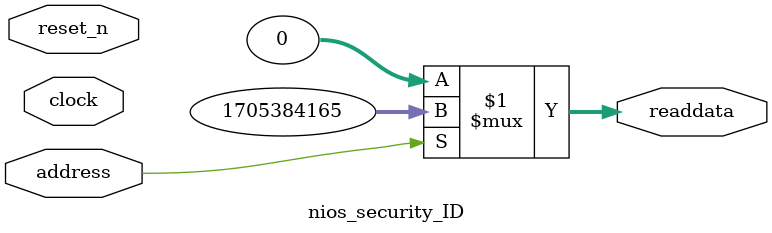
<source format=v>



// synthesis translate_off
`timescale 1ns / 1ps
// synthesis translate_on

// turn off superfluous verilog processor warnings 
// altera message_level Level1 
// altera message_off 10034 10035 10036 10037 10230 10240 10030 

module nios_security_ID (
               // inputs:
                address,
                clock,
                reset_n,

               // outputs:
                readdata
             )
;

  output  [ 31: 0] readdata;
  input            address;
  input            clock;
  input            reset_n;

  wire    [ 31: 0] readdata;
  //control_slave, which is an e_avalon_slave
  assign readdata = address ? 1705384165 : 0;

endmodule



</source>
